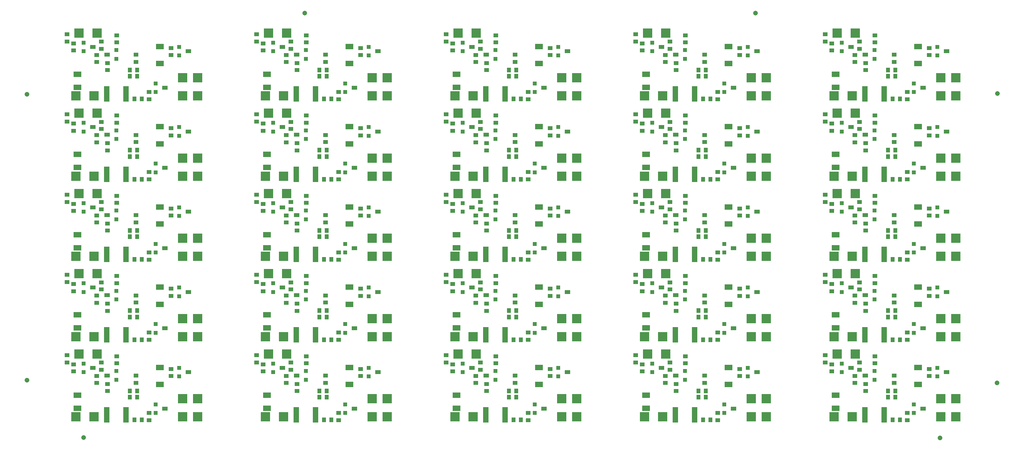
<source format=gbp>
G04*
G04 #@! TF.GenerationSoftware,Altium Limited,Altium Designer,23.8.1 (32)*
G04*
G04 Layer_Color=128*
%FSTAX26Y26*%
%MOIN*%
G70*
G04*
G04 #@! TF.SameCoordinates,0658DAE7-6568-40E7-827A-ADBA6E925618*
G04*
G04*
G04 #@! TF.FilePolarity,Positive*
G04*
G01*
G75*
%ADD11C,0.042047*%
%ADD12R,0.039370X0.037402*%
%ADD18R,0.037402X0.039370*%
%ADD22R,0.070866X0.049213*%
%ADD23R,0.078740X0.078740*%
%ADD41R,0.036000X0.036000*%
%ADD42R,0.050000X0.036000*%
%ADD43R,0.047244X0.133858*%
%ADD44R,0.070866X0.045276*%
%ADD45R,0.078740X0.078740*%
D11*
X08298266Y02878928D02*
D03*
X-00098483Y003937D02*
D03*
X08295266Y00370928D02*
D03*
X06204031Y0357336D02*
D03*
X02304031D02*
D03*
X00393512Y-00101861D02*
D03*
X-00099298Y02871928D02*
D03*
X07802266Y-00104867D02*
D03*
D12*
X00303788Y0053267D02*
D03*
Y00469677D02*
D03*
X0025Y00548504D02*
D03*
Y00611496D02*
D03*
X00543788Y0054767D02*
D03*
Y00484677D02*
D03*
X00678788Y00539677D02*
D03*
Y0060267D02*
D03*
X00503788Y0043267D02*
D03*
Y00369677D02*
D03*
X00598788Y0036267D02*
D03*
Y00299677D02*
D03*
X0096Y00111496D02*
D03*
Y00048504D02*
D03*
X01147016Y0049267D02*
D03*
Y00429677D02*
D03*
X00843788Y00434166D02*
D03*
Y00371173D02*
D03*
X01943789Y0053267D02*
D03*
Y00469677D02*
D03*
X01890001Y00548504D02*
D03*
Y00611496D02*
D03*
X02183789Y0054767D02*
D03*
Y00484677D02*
D03*
X02318789Y00539677D02*
D03*
Y0060267D02*
D03*
X02143789Y0043267D02*
D03*
Y00369677D02*
D03*
X02238789Y0036267D02*
D03*
Y00299677D02*
D03*
X02600001Y00111496D02*
D03*
Y00048504D02*
D03*
X02787017Y0049267D02*
D03*
Y00429677D02*
D03*
X02483789Y00434166D02*
D03*
Y00371173D02*
D03*
X03583789Y0053267D02*
D03*
Y00469677D02*
D03*
X03530002Y00548504D02*
D03*
Y00611496D02*
D03*
X03823789Y0054767D02*
D03*
Y00484677D02*
D03*
X03958789Y00539677D02*
D03*
Y0060267D02*
D03*
X03783789Y0043267D02*
D03*
Y00369677D02*
D03*
X03878789Y0036267D02*
D03*
Y00299677D02*
D03*
X04240002Y00111496D02*
D03*
Y00048504D02*
D03*
X04427018Y0049267D02*
D03*
Y00429677D02*
D03*
X04123789Y00434166D02*
D03*
Y00371173D02*
D03*
X0522379Y0053267D02*
D03*
Y00469677D02*
D03*
X05170002Y00548504D02*
D03*
Y00611496D02*
D03*
X0546379Y0054767D02*
D03*
Y00484677D02*
D03*
X0559879Y00539677D02*
D03*
Y0060267D02*
D03*
X0542379Y0043267D02*
D03*
Y00369677D02*
D03*
X0551879Y0036267D02*
D03*
Y00299677D02*
D03*
X05880002Y00111496D02*
D03*
Y00048504D02*
D03*
X06067019Y0049267D02*
D03*
Y00429677D02*
D03*
X0576379Y00434166D02*
D03*
Y00371173D02*
D03*
X06863791Y0053267D02*
D03*
Y00469677D02*
D03*
X06810003Y00548504D02*
D03*
Y00611496D02*
D03*
X07103791Y0054767D02*
D03*
Y00484677D02*
D03*
X07238791Y00539677D02*
D03*
Y0060267D02*
D03*
X07063791Y0043267D02*
D03*
Y00369677D02*
D03*
X07158791Y0036267D02*
D03*
Y00299677D02*
D03*
X07520003Y00111496D02*
D03*
Y00048504D02*
D03*
X07707019Y0049267D02*
D03*
Y00429677D02*
D03*
X07403791Y00434166D02*
D03*
Y00371173D02*
D03*
X00303788Y0122767D02*
D03*
Y01164677D02*
D03*
X0025Y01243504D02*
D03*
Y01306496D02*
D03*
X00543788Y0124267D02*
D03*
Y01179677D02*
D03*
X00678788Y01234677D02*
D03*
Y0129767D02*
D03*
X00503788Y0112767D02*
D03*
Y01064677D02*
D03*
X00598788Y0105767D02*
D03*
Y00994677D02*
D03*
X0096Y00806496D02*
D03*
Y00743504D02*
D03*
X01147016Y01187669D02*
D03*
Y01124677D02*
D03*
X00843788Y01129166D02*
D03*
Y01066174D02*
D03*
X01943789Y0122767D02*
D03*
Y01164677D02*
D03*
X01890001Y01243504D02*
D03*
Y01306496D02*
D03*
X02183789Y0124267D02*
D03*
Y01179677D02*
D03*
X02318789Y01234677D02*
D03*
Y0129767D02*
D03*
X02143789Y0112767D02*
D03*
Y01064677D02*
D03*
X02238789Y0105767D02*
D03*
Y00994677D02*
D03*
X02600001Y00806496D02*
D03*
Y00743504D02*
D03*
X02787017Y01187669D02*
D03*
Y01124677D02*
D03*
X02483789Y01129166D02*
D03*
Y01066174D02*
D03*
X03583789Y0122767D02*
D03*
Y01164677D02*
D03*
X03530002Y01243504D02*
D03*
Y01306496D02*
D03*
X03823789Y0124267D02*
D03*
Y01179677D02*
D03*
X03958789Y01234677D02*
D03*
Y0129767D02*
D03*
X03783789Y0112767D02*
D03*
Y01064677D02*
D03*
X03878789Y0105767D02*
D03*
Y00994677D02*
D03*
X04240002Y00806496D02*
D03*
Y00743504D02*
D03*
X04427018Y01187669D02*
D03*
Y01124677D02*
D03*
X04123789Y01129166D02*
D03*
Y01066174D02*
D03*
X0522379Y0122767D02*
D03*
Y01164677D02*
D03*
X05170002Y01243504D02*
D03*
Y01306496D02*
D03*
X0546379Y0124267D02*
D03*
Y01179677D02*
D03*
X0559879Y01234677D02*
D03*
Y0129767D02*
D03*
X0542379Y0112767D02*
D03*
Y01064677D02*
D03*
X0551879Y0105767D02*
D03*
Y00994677D02*
D03*
X05880002Y00806496D02*
D03*
Y00743504D02*
D03*
X06067019Y01187669D02*
D03*
Y01124677D02*
D03*
X0576379Y01129166D02*
D03*
Y01066174D02*
D03*
X06863791Y0122767D02*
D03*
Y01164677D02*
D03*
X06810003Y01243504D02*
D03*
Y01306496D02*
D03*
X07103791Y0124267D02*
D03*
Y01179677D02*
D03*
X07238791Y01234677D02*
D03*
Y0129767D02*
D03*
X07063791Y0112767D02*
D03*
Y01064677D02*
D03*
X07158791Y0105767D02*
D03*
Y00994677D02*
D03*
X07520003Y00806496D02*
D03*
Y00743504D02*
D03*
X07707019Y01187669D02*
D03*
Y01124677D02*
D03*
X07403791Y01129166D02*
D03*
Y01066174D02*
D03*
X00303788Y0192267D02*
D03*
Y01859677D02*
D03*
X0025Y01938504D02*
D03*
Y02001496D02*
D03*
X00543788Y0193767D02*
D03*
Y01874677D02*
D03*
X00678788Y01929677D02*
D03*
Y0199267D02*
D03*
X00503788Y0182267D02*
D03*
Y01759677D02*
D03*
X00598788Y0175267D02*
D03*
Y01689677D02*
D03*
X0096Y01501496D02*
D03*
Y01438504D02*
D03*
X01147016Y01882669D02*
D03*
Y01819677D02*
D03*
X00843788Y01824166D02*
D03*
Y01761174D02*
D03*
X01943789Y0192267D02*
D03*
Y01859677D02*
D03*
X01890001Y01938504D02*
D03*
Y02001496D02*
D03*
X02183789Y0193767D02*
D03*
Y01874677D02*
D03*
X02318789Y01929677D02*
D03*
Y0199267D02*
D03*
X02143789Y0182267D02*
D03*
Y01759677D02*
D03*
X02238789Y0175267D02*
D03*
Y01689677D02*
D03*
X02600001Y01501496D02*
D03*
Y01438504D02*
D03*
X02787017Y01882669D02*
D03*
Y01819677D02*
D03*
X02483789Y01824166D02*
D03*
Y01761174D02*
D03*
X03583789Y0192267D02*
D03*
Y01859677D02*
D03*
X03530002Y01938504D02*
D03*
Y02001496D02*
D03*
X03823789Y0193767D02*
D03*
Y01874677D02*
D03*
X03958789Y01929677D02*
D03*
Y0199267D02*
D03*
X03783789Y0182267D02*
D03*
Y01759677D02*
D03*
X03878789Y0175267D02*
D03*
Y01689677D02*
D03*
X04240002Y01501496D02*
D03*
Y01438504D02*
D03*
X04427018Y01882669D02*
D03*
Y01819677D02*
D03*
X04123789Y01824166D02*
D03*
Y01761174D02*
D03*
X0522379Y0192267D02*
D03*
Y01859677D02*
D03*
X05170002Y01938504D02*
D03*
Y02001496D02*
D03*
X0546379Y0193767D02*
D03*
Y01874677D02*
D03*
X0559879Y01929677D02*
D03*
Y0199267D02*
D03*
X0542379Y0182267D02*
D03*
Y01759677D02*
D03*
X0551879Y0175267D02*
D03*
Y01689677D02*
D03*
X05880002Y01501496D02*
D03*
Y01438504D02*
D03*
X06067019Y01882669D02*
D03*
Y01819677D02*
D03*
X0576379Y01824166D02*
D03*
Y01761174D02*
D03*
X06863791Y0192267D02*
D03*
Y01859677D02*
D03*
X06810003Y01938504D02*
D03*
Y02001496D02*
D03*
X07103791Y0193767D02*
D03*
Y01874677D02*
D03*
X07238791Y01929677D02*
D03*
Y0199267D02*
D03*
X07063791Y0182267D02*
D03*
Y01759677D02*
D03*
X07158791Y0175267D02*
D03*
Y01689677D02*
D03*
X07520003Y01501496D02*
D03*
Y01438504D02*
D03*
X07707019Y01882669D02*
D03*
Y01819677D02*
D03*
X07403791Y01824166D02*
D03*
Y01761174D02*
D03*
X00303788Y0261767D02*
D03*
Y02554677D02*
D03*
X0025Y02633504D02*
D03*
Y02696496D02*
D03*
X00543788Y0263267D02*
D03*
Y02569677D02*
D03*
X00678788Y02624677D02*
D03*
Y0268767D02*
D03*
X00503788Y0251767D02*
D03*
Y02454677D02*
D03*
X00598788Y0244767D02*
D03*
Y02384677D02*
D03*
X0096Y02196496D02*
D03*
Y02133504D02*
D03*
X01147016Y02577669D02*
D03*
Y02514677D02*
D03*
X00843788Y02519166D02*
D03*
Y02456173D02*
D03*
X01943789Y0261767D02*
D03*
Y02554677D02*
D03*
X01890001Y02633504D02*
D03*
Y02696496D02*
D03*
X02183789Y0263267D02*
D03*
Y02569677D02*
D03*
X02318789Y02624677D02*
D03*
Y0268767D02*
D03*
X02143789Y0251767D02*
D03*
Y02454677D02*
D03*
X02238789Y0244767D02*
D03*
Y02384677D02*
D03*
X02600001Y02196496D02*
D03*
Y02133504D02*
D03*
X02787017Y02577669D02*
D03*
Y02514677D02*
D03*
X02483789Y02519166D02*
D03*
Y02456173D02*
D03*
X03583789Y0261767D02*
D03*
Y02554677D02*
D03*
X03530002Y02633504D02*
D03*
Y02696496D02*
D03*
X03823789Y0263267D02*
D03*
Y02569677D02*
D03*
X03958789Y02624677D02*
D03*
Y0268767D02*
D03*
X03783789Y0251767D02*
D03*
Y02454677D02*
D03*
X03878789Y0244767D02*
D03*
Y02384677D02*
D03*
X04240002Y02196496D02*
D03*
Y02133504D02*
D03*
X04427018Y02577669D02*
D03*
Y02514677D02*
D03*
X04123789Y02519166D02*
D03*
Y02456173D02*
D03*
X0522379Y0261767D02*
D03*
Y02554677D02*
D03*
X05170002Y02633504D02*
D03*
Y02696496D02*
D03*
X0546379Y0263267D02*
D03*
Y02569677D02*
D03*
X0559879Y02624677D02*
D03*
Y0268767D02*
D03*
X0542379Y0251767D02*
D03*
Y02454677D02*
D03*
X0551879Y0244767D02*
D03*
Y02384677D02*
D03*
X05880002Y02196496D02*
D03*
Y02133504D02*
D03*
X06067019Y02577669D02*
D03*
Y02514677D02*
D03*
X0576379Y02519166D02*
D03*
Y02456173D02*
D03*
X06863791Y0261767D02*
D03*
Y02554677D02*
D03*
X06810003Y02633504D02*
D03*
Y02696496D02*
D03*
X07103791Y0263267D02*
D03*
Y02569677D02*
D03*
X07238791Y02624677D02*
D03*
Y0268767D02*
D03*
X07063791Y0251767D02*
D03*
Y02454677D02*
D03*
X07158791Y0244767D02*
D03*
Y02384677D02*
D03*
X07520003Y02196496D02*
D03*
Y02133504D02*
D03*
X07707019Y02577669D02*
D03*
Y02514677D02*
D03*
X07403791Y02519166D02*
D03*
Y02456173D02*
D03*
X00303788Y0331267D02*
D03*
Y03249677D02*
D03*
X0025Y03328504D02*
D03*
Y03391496D02*
D03*
X00543788Y0332767D02*
D03*
Y03264677D02*
D03*
X00678788Y03319677D02*
D03*
Y0338267D02*
D03*
X00503788Y0321267D02*
D03*
Y03149677D02*
D03*
X00598788Y0314267D02*
D03*
Y03079677D02*
D03*
X0096Y02891496D02*
D03*
Y02828504D02*
D03*
X01147016Y03272669D02*
D03*
Y03209677D02*
D03*
X00843788Y03214166D02*
D03*
Y03151173D02*
D03*
X01943789Y0331267D02*
D03*
Y03249677D02*
D03*
X01890001Y03328504D02*
D03*
Y03391496D02*
D03*
X02183789Y0332767D02*
D03*
Y03264677D02*
D03*
X02318789Y03319677D02*
D03*
Y0338267D02*
D03*
X02143789Y0321267D02*
D03*
Y03149677D02*
D03*
X02238789Y0314267D02*
D03*
Y03079677D02*
D03*
X02600001Y02891496D02*
D03*
Y02828504D02*
D03*
X02787017Y03272669D02*
D03*
Y03209677D02*
D03*
X02483789Y03214166D02*
D03*
Y03151173D02*
D03*
X03583789Y0331267D02*
D03*
Y03249677D02*
D03*
X03530002Y03328504D02*
D03*
Y03391496D02*
D03*
X03823789Y0332767D02*
D03*
Y03264677D02*
D03*
X03958789Y03319677D02*
D03*
Y0338267D02*
D03*
X03783789Y0321267D02*
D03*
Y03149677D02*
D03*
X03878789Y0314267D02*
D03*
Y03079677D02*
D03*
X04240002Y02891496D02*
D03*
Y02828504D02*
D03*
X04427018Y03272669D02*
D03*
Y03209677D02*
D03*
X04123789Y03214166D02*
D03*
Y03151173D02*
D03*
X0522379Y0331267D02*
D03*
Y03249677D02*
D03*
X05170002Y03328504D02*
D03*
Y03391496D02*
D03*
X0546379Y0332767D02*
D03*
Y03264677D02*
D03*
X0559879Y03319677D02*
D03*
Y0338267D02*
D03*
X0542379Y0321267D02*
D03*
Y03149677D02*
D03*
X0551879Y0314267D02*
D03*
Y03079677D02*
D03*
X05880002Y02891496D02*
D03*
Y02828504D02*
D03*
X06067019Y03272669D02*
D03*
Y03209677D02*
D03*
X0576379Y03214166D02*
D03*
Y03151173D02*
D03*
X06863791Y0331267D02*
D03*
Y03249677D02*
D03*
X06810003Y03328504D02*
D03*
Y03391496D02*
D03*
X07103791Y0332767D02*
D03*
Y03264677D02*
D03*
X07238791Y03319677D02*
D03*
Y0338267D02*
D03*
X07063791Y0321267D02*
D03*
Y03149677D02*
D03*
X07158791Y0314267D02*
D03*
Y03079677D02*
D03*
X07520003Y02891496D02*
D03*
Y02828504D02*
D03*
X07707019Y03272669D02*
D03*
Y03209677D02*
D03*
X07403791Y03214166D02*
D03*
Y03151173D02*
D03*
D18*
X00853788Y00301173D02*
D03*
X00790796D02*
D03*
X00853788Y00246173D02*
D03*
X00790796D02*
D03*
X00833504Y0005D02*
D03*
X00896496D02*
D03*
X02493789Y00301173D02*
D03*
X02430797D02*
D03*
X02493789Y00246173D02*
D03*
X02430797D02*
D03*
X02473505Y0005D02*
D03*
X02536497D02*
D03*
X04133789Y00301173D02*
D03*
X04070797D02*
D03*
X04133789Y00246173D02*
D03*
X04070797D02*
D03*
X04113506Y0005D02*
D03*
X04176498D02*
D03*
X0577379Y00301173D02*
D03*
X05710798D02*
D03*
X0577379Y00246173D02*
D03*
X05710798D02*
D03*
X05753506Y0005D02*
D03*
X05816499D02*
D03*
X07413791Y00301173D02*
D03*
X07350799D02*
D03*
X07413791Y00246173D02*
D03*
X07350799D02*
D03*
X07393507Y0005D02*
D03*
X07456499D02*
D03*
X00853788Y00996173D02*
D03*
X00790796D02*
D03*
X00853788Y00941173D02*
D03*
X00790796D02*
D03*
X00833504Y00745D02*
D03*
X00896496D02*
D03*
X02493789Y00996173D02*
D03*
X02430797D02*
D03*
X02493789Y00941173D02*
D03*
X02430797D02*
D03*
X02473505Y00745D02*
D03*
X02536497D02*
D03*
X04133789Y00996173D02*
D03*
X04070797D02*
D03*
X04133789Y00941173D02*
D03*
X04070797D02*
D03*
X04113506Y00745D02*
D03*
X04176498D02*
D03*
X0577379Y00996173D02*
D03*
X05710798D02*
D03*
X0577379Y00941173D02*
D03*
X05710798D02*
D03*
X05753506Y00745D02*
D03*
X05816499D02*
D03*
X07413791Y00996173D02*
D03*
X07350799D02*
D03*
X07413791Y00941173D02*
D03*
X07350799D02*
D03*
X07393507Y00745D02*
D03*
X07456499D02*
D03*
X00853788Y01691174D02*
D03*
X00790796D02*
D03*
X00853788Y01636174D02*
D03*
X00790796D02*
D03*
X00833504Y0144D02*
D03*
X00896496D02*
D03*
X02493789Y01691174D02*
D03*
X02430797D02*
D03*
X02493789Y01636174D02*
D03*
X02430797D02*
D03*
X02473505Y0144D02*
D03*
X02536497D02*
D03*
X04133789Y01691174D02*
D03*
X04070797D02*
D03*
X04133789Y01636174D02*
D03*
X04070797D02*
D03*
X04113506Y0144D02*
D03*
X04176498D02*
D03*
X0577379Y01691174D02*
D03*
X05710798D02*
D03*
X0577379Y01636174D02*
D03*
X05710798D02*
D03*
X05753506Y0144D02*
D03*
X05816499D02*
D03*
X07413791Y01691174D02*
D03*
X07350799D02*
D03*
X07413791Y01636174D02*
D03*
X07350799D02*
D03*
X07393507Y0144D02*
D03*
X07456499D02*
D03*
X00853788Y02386173D02*
D03*
X00790796D02*
D03*
X00853788Y02331173D02*
D03*
X00790796D02*
D03*
X00833504Y02135D02*
D03*
X00896496D02*
D03*
X02493789Y02386173D02*
D03*
X02430797D02*
D03*
X02493789Y02331173D02*
D03*
X02430797D02*
D03*
X02473505Y02135D02*
D03*
X02536497D02*
D03*
X04133789Y02386173D02*
D03*
X04070797D02*
D03*
X04133789Y02331173D02*
D03*
X04070797D02*
D03*
X04113506Y02135D02*
D03*
X04176498D02*
D03*
X0577379Y02386173D02*
D03*
X05710798D02*
D03*
X0577379Y02331173D02*
D03*
X05710798D02*
D03*
X05753506Y02135D02*
D03*
X05816499D02*
D03*
X07413791Y02386173D02*
D03*
X07350799D02*
D03*
X07413791Y02331173D02*
D03*
X07350799D02*
D03*
X07393507Y02135D02*
D03*
X07456499D02*
D03*
X00853788Y03081173D02*
D03*
X00790796D02*
D03*
X00853788Y03026173D02*
D03*
X00790796D02*
D03*
X00833504Y0283D02*
D03*
X00896496D02*
D03*
X02493789Y03081173D02*
D03*
X02430797D02*
D03*
X02493789Y03026173D02*
D03*
X02430797D02*
D03*
X02473505Y0283D02*
D03*
X02536497D02*
D03*
X04133789Y03081173D02*
D03*
X04070797D02*
D03*
X04133789Y03026173D02*
D03*
X04070797D02*
D03*
X04113506Y0283D02*
D03*
X04176498D02*
D03*
X0577379Y03081173D02*
D03*
X05710798D02*
D03*
X0577379Y03026173D02*
D03*
X05710798D02*
D03*
X05753506Y0283D02*
D03*
X05816499D02*
D03*
X07413791Y03081173D02*
D03*
X07350799D02*
D03*
X07413791Y03026173D02*
D03*
X07350799D02*
D03*
X07393507Y0283D02*
D03*
X07456499D02*
D03*
D22*
X01052371Y00504992D02*
D03*
Y00357355D02*
D03*
X02692372Y00504992D02*
D03*
Y00357355D02*
D03*
X04332372Y00504992D02*
D03*
Y00357355D02*
D03*
X05972373Y00504992D02*
D03*
Y00357355D02*
D03*
X07612374Y00504992D02*
D03*
Y00357355D02*
D03*
X01052371Y01199992D02*
D03*
Y01052355D02*
D03*
X02692372Y01199992D02*
D03*
Y01052355D02*
D03*
X04332372Y01199992D02*
D03*
Y01052355D02*
D03*
X05972373Y01199992D02*
D03*
Y01052355D02*
D03*
X07612374Y01199992D02*
D03*
Y01052355D02*
D03*
X01052371Y01894992D02*
D03*
Y01747355D02*
D03*
X02692372Y01894992D02*
D03*
Y01747355D02*
D03*
X04332372Y01894992D02*
D03*
Y01747355D02*
D03*
X05972373Y01894992D02*
D03*
Y01747355D02*
D03*
X07612374Y01894992D02*
D03*
Y01747355D02*
D03*
X01052371Y02589992D02*
D03*
Y02442355D02*
D03*
X02692372Y02589992D02*
D03*
Y02442355D02*
D03*
X04332372Y02589992D02*
D03*
Y02442355D02*
D03*
X05972373Y02589992D02*
D03*
Y02442355D02*
D03*
X07612374Y02589992D02*
D03*
Y02442355D02*
D03*
X01052371Y03284992D02*
D03*
Y03137355D02*
D03*
X02692372Y03284992D02*
D03*
Y03137355D02*
D03*
X04332372Y03284992D02*
D03*
Y03137355D02*
D03*
X05972373Y03284992D02*
D03*
Y03137355D02*
D03*
X07612374Y03284992D02*
D03*
Y03137355D02*
D03*
D23*
X00350454Y00621173D02*
D03*
X00507123D02*
D03*
X00325454Y00076174D02*
D03*
X00482123D02*
D03*
X01990454Y00621173D02*
D03*
X02147124D02*
D03*
X01965454Y00076174D02*
D03*
X02122124D02*
D03*
X03630455Y00621173D02*
D03*
X03787124D02*
D03*
X03605455Y00076174D02*
D03*
X03762124D02*
D03*
X05270456Y00621173D02*
D03*
X05427125D02*
D03*
X05245456Y00076174D02*
D03*
X05402125D02*
D03*
X06910456Y00621173D02*
D03*
X07067126D02*
D03*
X06885456Y00076174D02*
D03*
X07042126D02*
D03*
X00350454Y01316174D02*
D03*
X00507123D02*
D03*
X00325454Y00771173D02*
D03*
X00482123D02*
D03*
X01990454Y01316174D02*
D03*
X02147124D02*
D03*
X01965454Y00771173D02*
D03*
X02122124D02*
D03*
X03630455Y01316174D02*
D03*
X03787124D02*
D03*
X03605455Y00771173D02*
D03*
X03762124D02*
D03*
X05270456Y01316174D02*
D03*
X05427125D02*
D03*
X05245456Y00771173D02*
D03*
X05402125D02*
D03*
X06910456Y01316174D02*
D03*
X07067126D02*
D03*
X06885456Y00771173D02*
D03*
X07042126D02*
D03*
X00350454Y02011174D02*
D03*
X00507123D02*
D03*
X00325454Y01466174D02*
D03*
X00482123D02*
D03*
X01990454Y02011174D02*
D03*
X02147124D02*
D03*
X01965454Y01466174D02*
D03*
X02122124D02*
D03*
X03630455Y02011174D02*
D03*
X03787124D02*
D03*
X03605455Y01466174D02*
D03*
X03762124D02*
D03*
X05270456Y02011174D02*
D03*
X05427125D02*
D03*
X05245456Y01466174D02*
D03*
X05402125D02*
D03*
X06910456Y02011174D02*
D03*
X07067126D02*
D03*
X06885456Y01466174D02*
D03*
X07042126D02*
D03*
X00350454Y02706173D02*
D03*
X00507123D02*
D03*
X00325454Y02161173D02*
D03*
X00482123D02*
D03*
X01990454Y02706173D02*
D03*
X02147124D02*
D03*
X01965454Y02161173D02*
D03*
X02122124D02*
D03*
X03630455Y02706173D02*
D03*
X03787124D02*
D03*
X03605455Y02161173D02*
D03*
X03762124D02*
D03*
X05270456Y02706173D02*
D03*
X05427125D02*
D03*
X05245456Y02161173D02*
D03*
X05402125D02*
D03*
X06910456Y02706173D02*
D03*
X07067126D02*
D03*
X06885456Y02161173D02*
D03*
X07042126D02*
D03*
X00350454Y03401173D02*
D03*
X00507123D02*
D03*
X00325454Y02856173D02*
D03*
X00482123D02*
D03*
X01990454Y03401173D02*
D03*
X02147124D02*
D03*
X01965454Y02856173D02*
D03*
X02122124D02*
D03*
X03630455Y03401173D02*
D03*
X03787124D02*
D03*
X03605455Y02856173D02*
D03*
X03762124D02*
D03*
X05270456Y03401173D02*
D03*
X05427125D02*
D03*
X05245456Y02856173D02*
D03*
X05402125D02*
D03*
X06910456Y03401173D02*
D03*
X07067126D02*
D03*
X06885456Y02856173D02*
D03*
X07042126D02*
D03*
D41*
X00393286Y00464175D02*
D03*
Y00539176D02*
D03*
X00673788Y00398673D02*
D03*
Y00473673D02*
D03*
X01218788Y00426173D02*
D03*
Y00501173D02*
D03*
X01015Y0011D02*
D03*
Y00185D02*
D03*
X02033287Y00464175D02*
D03*
Y00539176D02*
D03*
X02313789Y00398673D02*
D03*
Y00473673D02*
D03*
X02858789Y00426173D02*
D03*
Y00501173D02*
D03*
X02655001Y0011D02*
D03*
Y00185D02*
D03*
X03673288Y00464175D02*
D03*
Y00539176D02*
D03*
X03953789Y00398673D02*
D03*
Y00473673D02*
D03*
X04498789Y00426173D02*
D03*
Y00501173D02*
D03*
X04295002Y0011D02*
D03*
Y00185D02*
D03*
X05313288Y00464175D02*
D03*
Y00539176D02*
D03*
X0559379Y00398673D02*
D03*
Y00473673D02*
D03*
X0613879Y00426173D02*
D03*
Y00501173D02*
D03*
X05935002Y0011D02*
D03*
Y00185D02*
D03*
X06953289Y00464175D02*
D03*
Y00539176D02*
D03*
X07233791Y00398673D02*
D03*
Y00473673D02*
D03*
X07778791Y00426173D02*
D03*
Y00501173D02*
D03*
X07575003Y0011D02*
D03*
Y00185D02*
D03*
X00393286Y01159176D02*
D03*
Y01234176D02*
D03*
X00673788Y01093673D02*
D03*
Y01168673D02*
D03*
X01218788Y01121174D02*
D03*
Y01196174D02*
D03*
X01015Y00805D02*
D03*
Y0088D02*
D03*
X02033287Y01159176D02*
D03*
Y01234176D02*
D03*
X02313789Y01093673D02*
D03*
Y01168673D02*
D03*
X02858789Y01121174D02*
D03*
Y01196174D02*
D03*
X02655001Y00805D02*
D03*
Y0088D02*
D03*
X03673288Y01159176D02*
D03*
Y01234176D02*
D03*
X03953789Y01093673D02*
D03*
Y01168673D02*
D03*
X04498789Y01121174D02*
D03*
Y01196174D02*
D03*
X04295002Y00805D02*
D03*
Y0088D02*
D03*
X05313288Y01159176D02*
D03*
Y01234176D02*
D03*
X0559379Y01093673D02*
D03*
Y01168673D02*
D03*
X0613879Y01121174D02*
D03*
Y01196174D02*
D03*
X05935002Y00805D02*
D03*
Y0088D02*
D03*
X06953289Y01159176D02*
D03*
Y01234176D02*
D03*
X07233791Y01093673D02*
D03*
Y01168673D02*
D03*
X07778791Y01121174D02*
D03*
Y01196174D02*
D03*
X07575003Y00805D02*
D03*
Y0088D02*
D03*
X00393286Y01854176D02*
D03*
Y01929176D02*
D03*
X00673788Y01788673D02*
D03*
Y01863673D02*
D03*
X01218788Y01816174D02*
D03*
Y01891174D02*
D03*
X01015Y015D02*
D03*
Y01575D02*
D03*
X02033287Y01854176D02*
D03*
Y01929176D02*
D03*
X02313789Y01788673D02*
D03*
Y01863673D02*
D03*
X02858789Y01816174D02*
D03*
Y01891174D02*
D03*
X02655001Y015D02*
D03*
Y01575D02*
D03*
X03673288Y01854176D02*
D03*
Y01929176D02*
D03*
X03953789Y01788673D02*
D03*
Y01863673D02*
D03*
X04498789Y01816174D02*
D03*
Y01891174D02*
D03*
X04295002Y015D02*
D03*
Y01575D02*
D03*
X05313288Y01854176D02*
D03*
Y01929176D02*
D03*
X0559379Y01788673D02*
D03*
Y01863673D02*
D03*
X0613879Y01816174D02*
D03*
Y01891174D02*
D03*
X05935002Y015D02*
D03*
Y01575D02*
D03*
X06953289Y01854176D02*
D03*
Y01929176D02*
D03*
X07233791Y01788673D02*
D03*
Y01863673D02*
D03*
X07778791Y01816174D02*
D03*
Y01891174D02*
D03*
X07575003Y015D02*
D03*
Y01575D02*
D03*
X00393286Y02549175D02*
D03*
Y02624175D02*
D03*
X00673788Y02483673D02*
D03*
Y02558673D02*
D03*
X01218788Y02511173D02*
D03*
Y02586173D02*
D03*
X01015Y02195D02*
D03*
Y0227D02*
D03*
X02033287Y02549175D02*
D03*
Y02624175D02*
D03*
X02313789Y02483673D02*
D03*
Y02558673D02*
D03*
X02858789Y02511173D02*
D03*
Y02586173D02*
D03*
X02655001Y02195D02*
D03*
Y0227D02*
D03*
X03673288Y02549175D02*
D03*
Y02624175D02*
D03*
X03953789Y02483673D02*
D03*
Y02558673D02*
D03*
X04498789Y02511173D02*
D03*
Y02586173D02*
D03*
X04295002Y02195D02*
D03*
Y0227D02*
D03*
X05313288Y02549175D02*
D03*
Y02624175D02*
D03*
X0559379Y02483673D02*
D03*
Y02558673D02*
D03*
X0613879Y02511173D02*
D03*
Y02586173D02*
D03*
X05935002Y02195D02*
D03*
Y0227D02*
D03*
X06953289Y02549175D02*
D03*
Y02624175D02*
D03*
X07233791Y02483673D02*
D03*
Y02558673D02*
D03*
X07778791Y02511173D02*
D03*
Y02586173D02*
D03*
X07575003Y02195D02*
D03*
Y0227D02*
D03*
X00393286Y03244175D02*
D03*
Y03319175D02*
D03*
X00673788Y03178673D02*
D03*
Y03253673D02*
D03*
X01218788Y03206173D02*
D03*
Y03281173D02*
D03*
X01015Y0289D02*
D03*
Y02965D02*
D03*
X02033287Y03244175D02*
D03*
Y03319175D02*
D03*
X02313789Y03178673D02*
D03*
Y03253673D02*
D03*
X02858789Y03206173D02*
D03*
Y03281173D02*
D03*
X02655001Y0289D02*
D03*
Y02965D02*
D03*
X03673288Y03244175D02*
D03*
Y03319175D02*
D03*
X03953789Y03178673D02*
D03*
Y03253673D02*
D03*
X04498789Y03206173D02*
D03*
Y03281173D02*
D03*
X04295002Y0289D02*
D03*
Y02965D02*
D03*
X05313288Y03244175D02*
D03*
Y03319175D02*
D03*
X0559379Y03178673D02*
D03*
Y03253673D02*
D03*
X0613879Y03206173D02*
D03*
Y03281173D02*
D03*
X05935002Y0289D02*
D03*
Y02965D02*
D03*
X06953289Y03244175D02*
D03*
Y03319175D02*
D03*
X07233791Y03178673D02*
D03*
Y03253673D02*
D03*
X07778791Y03206173D02*
D03*
Y03281173D02*
D03*
X07575003Y0289D02*
D03*
Y02965D02*
D03*
D42*
X00473286Y00502175D02*
D03*
X00593788Y00435673D02*
D03*
X01298788Y00464173D02*
D03*
X01095Y00148D02*
D03*
X02113287Y00502175D02*
D03*
X02233789Y00435673D02*
D03*
X02938789Y00464173D02*
D03*
X02735001Y00148D02*
D03*
X03753288Y00502175D02*
D03*
X03873789Y00435673D02*
D03*
X04578789Y00464173D02*
D03*
X04375002Y00148D02*
D03*
X05393288Y00502175D02*
D03*
X0551379Y00435673D02*
D03*
X0621879Y00464173D02*
D03*
X06015002Y00148D02*
D03*
X07033289Y00502175D02*
D03*
X07153791Y00435673D02*
D03*
X07858791Y00464173D02*
D03*
X07655003Y00148D02*
D03*
X00473286Y01197176D02*
D03*
X00593788Y01130673D02*
D03*
X01298788Y01159174D02*
D03*
X01095Y00843D02*
D03*
X02113287Y01197176D02*
D03*
X02233789Y01130673D02*
D03*
X02938789Y01159174D02*
D03*
X02735001Y00843D02*
D03*
X03753288Y01197176D02*
D03*
X03873789Y01130673D02*
D03*
X04578789Y01159174D02*
D03*
X04375002Y00843D02*
D03*
X05393288Y01197176D02*
D03*
X0551379Y01130673D02*
D03*
X0621879Y01159174D02*
D03*
X06015002Y00843D02*
D03*
X07033289Y01197176D02*
D03*
X07153791Y01130673D02*
D03*
X07858791Y01159174D02*
D03*
X07655003Y00843D02*
D03*
X00473286Y01892176D02*
D03*
X00593788Y01825673D02*
D03*
X01298788Y01854174D02*
D03*
X01095Y01538D02*
D03*
X02113287Y01892176D02*
D03*
X02233789Y01825673D02*
D03*
X02938789Y01854174D02*
D03*
X02735001Y01538D02*
D03*
X03753288Y01892176D02*
D03*
X03873789Y01825673D02*
D03*
X04578789Y01854174D02*
D03*
X04375002Y01538D02*
D03*
X05393288Y01892176D02*
D03*
X0551379Y01825673D02*
D03*
X0621879Y01854174D02*
D03*
X06015002Y01538D02*
D03*
X07033289Y01892176D02*
D03*
X07153791Y01825673D02*
D03*
X07858791Y01854174D02*
D03*
X07655003Y01538D02*
D03*
X00473286Y02587175D02*
D03*
X00593788Y02520673D02*
D03*
X01298788Y02549173D02*
D03*
X01095Y02233D02*
D03*
X02113287Y02587175D02*
D03*
X02233789Y02520673D02*
D03*
X02938789Y02549173D02*
D03*
X02735001Y02233D02*
D03*
X03753288Y02587175D02*
D03*
X03873789Y02520673D02*
D03*
X04578789Y02549173D02*
D03*
X04375002Y02233D02*
D03*
X05393288Y02587175D02*
D03*
X0551379Y02520673D02*
D03*
X0621879Y02549173D02*
D03*
X06015002Y02233D02*
D03*
X07033289Y02587175D02*
D03*
X07153791Y02520673D02*
D03*
X07858791Y02549173D02*
D03*
X07655003Y02233D02*
D03*
X00473286Y03282175D02*
D03*
X00593788Y03215673D02*
D03*
X01298788Y03244173D02*
D03*
X01095Y02928D02*
D03*
X02113287Y03282175D02*
D03*
X02233789Y03215673D02*
D03*
X02938789Y03244173D02*
D03*
X02735001Y02928D02*
D03*
X03753288Y03282175D02*
D03*
X03873789Y03215673D02*
D03*
X04578789Y03244173D02*
D03*
X04375002Y02928D02*
D03*
X05393288Y03282175D02*
D03*
X0551379Y03215673D02*
D03*
X0621879Y03244173D02*
D03*
X06015002Y02928D02*
D03*
X07033289Y03282175D02*
D03*
X07153791Y03215673D02*
D03*
X07858791Y03244173D02*
D03*
X07655003Y02928D02*
D03*
D43*
X00757765Y00094087D02*
D03*
X0059241D02*
D03*
X02397765D02*
D03*
X02232411D02*
D03*
X04037766D02*
D03*
X03872412D02*
D03*
X05677767D02*
D03*
X05512412D02*
D03*
X07317767D02*
D03*
X07152413D02*
D03*
X00757765Y00789087D02*
D03*
X0059241D02*
D03*
X02397765D02*
D03*
X02232411D02*
D03*
X04037766D02*
D03*
X03872412D02*
D03*
X05677767D02*
D03*
X05512412D02*
D03*
X07317767D02*
D03*
X07152413D02*
D03*
X00757765Y01484087D02*
D03*
X0059241D02*
D03*
X02397765D02*
D03*
X02232411D02*
D03*
X04037766D02*
D03*
X03872412D02*
D03*
X05677767D02*
D03*
X05512412D02*
D03*
X07317767D02*
D03*
X07152413D02*
D03*
X00757765Y02179087D02*
D03*
X0059241D02*
D03*
X02397765D02*
D03*
X02232411D02*
D03*
X04037766D02*
D03*
X03872412D02*
D03*
X05677767D02*
D03*
X05512412D02*
D03*
X07317767D02*
D03*
X07152413D02*
D03*
X00757765Y02874087D02*
D03*
X0059241D02*
D03*
X02397765D02*
D03*
X02232411D02*
D03*
X04037766D02*
D03*
X03872412D02*
D03*
X05677767D02*
D03*
X05512412D02*
D03*
X07317767D02*
D03*
X07152413D02*
D03*
D44*
X00338788Y00265347D02*
D03*
Y00151173D02*
D03*
X01978789Y00265347D02*
D03*
Y00151173D02*
D03*
X03618789Y00265347D02*
D03*
Y00151173D02*
D03*
X0525879Y00265347D02*
D03*
Y00151173D02*
D03*
X06898791Y00265347D02*
D03*
Y00151173D02*
D03*
X00338788Y00960347D02*
D03*
Y00846173D02*
D03*
X01978789Y00960347D02*
D03*
Y00846173D02*
D03*
X03618789Y00960347D02*
D03*
Y00846173D02*
D03*
X0525879Y00960347D02*
D03*
Y00846173D02*
D03*
X06898791Y00960347D02*
D03*
Y00846173D02*
D03*
X00338788Y01655347D02*
D03*
Y01541174D02*
D03*
X01978789Y01655347D02*
D03*
Y01541174D02*
D03*
X03618789Y01655347D02*
D03*
Y01541174D02*
D03*
X0525879Y01655347D02*
D03*
Y01541174D02*
D03*
X06898791Y01655347D02*
D03*
Y01541174D02*
D03*
X00338788Y02350347D02*
D03*
Y02236173D02*
D03*
X01978789Y02350347D02*
D03*
Y02236173D02*
D03*
X03618789Y02350347D02*
D03*
Y02236173D02*
D03*
X0525879Y02350347D02*
D03*
Y02236173D02*
D03*
X06898791Y02350347D02*
D03*
Y02236173D02*
D03*
X00338788Y03045347D02*
D03*
Y02931173D02*
D03*
X01978789Y03045347D02*
D03*
Y02931173D02*
D03*
X03618789Y03045347D02*
D03*
Y02931173D02*
D03*
X0525879Y03045347D02*
D03*
Y02931173D02*
D03*
X06898791Y03045347D02*
D03*
Y02931173D02*
D03*
D45*
X01378158Y00233228D02*
D03*
Y00076559D02*
D03*
X0125Y00233335D02*
D03*
Y00076665D02*
D03*
X03018159Y00233228D02*
D03*
Y00076559D02*
D03*
X02890001Y00233335D02*
D03*
Y00076665D02*
D03*
X0465816Y00233228D02*
D03*
Y00076559D02*
D03*
X04530002Y00233335D02*
D03*
Y00076665D02*
D03*
X0629816Y00233228D02*
D03*
Y00076559D02*
D03*
X06170002Y00233335D02*
D03*
Y00076665D02*
D03*
X07938161Y00233228D02*
D03*
Y00076559D02*
D03*
X07810003Y00233335D02*
D03*
Y00076665D02*
D03*
X01378158Y00928228D02*
D03*
Y00771559D02*
D03*
X0125Y00928335D02*
D03*
Y00771665D02*
D03*
X03018159Y00928228D02*
D03*
Y00771559D02*
D03*
X02890001Y00928335D02*
D03*
Y00771665D02*
D03*
X0465816Y00928228D02*
D03*
Y00771559D02*
D03*
X04530002Y00928335D02*
D03*
Y00771665D02*
D03*
X0629816Y00928228D02*
D03*
Y00771559D02*
D03*
X06170002Y00928335D02*
D03*
Y00771665D02*
D03*
X07938161Y00928228D02*
D03*
Y00771559D02*
D03*
X07810003Y00928335D02*
D03*
Y00771665D02*
D03*
X01378158Y01623228D02*
D03*
Y01466559D02*
D03*
X0125Y01623335D02*
D03*
Y01466665D02*
D03*
X03018159Y01623228D02*
D03*
Y01466559D02*
D03*
X02890001Y01623335D02*
D03*
Y01466665D02*
D03*
X0465816Y01623228D02*
D03*
Y01466559D02*
D03*
X04530002Y01623335D02*
D03*
Y01466665D02*
D03*
X0629816Y01623228D02*
D03*
Y01466559D02*
D03*
X06170002Y01623335D02*
D03*
Y01466665D02*
D03*
X07938161Y01623228D02*
D03*
Y01466559D02*
D03*
X07810003Y01623335D02*
D03*
Y01466665D02*
D03*
X01378158Y02318228D02*
D03*
Y02161559D02*
D03*
X0125Y02318335D02*
D03*
Y02161665D02*
D03*
X03018159Y02318228D02*
D03*
Y02161559D02*
D03*
X02890001Y02318335D02*
D03*
Y02161665D02*
D03*
X0465816Y02318228D02*
D03*
Y02161559D02*
D03*
X04530002Y02318335D02*
D03*
Y02161665D02*
D03*
X0629816Y02318228D02*
D03*
Y02161559D02*
D03*
X06170002Y02318335D02*
D03*
Y02161665D02*
D03*
X07938161Y02318228D02*
D03*
Y02161559D02*
D03*
X07810003Y02318335D02*
D03*
Y02161665D02*
D03*
X01378158Y03013228D02*
D03*
Y02856559D02*
D03*
X0125Y03013335D02*
D03*
Y02856665D02*
D03*
X03018159Y03013228D02*
D03*
Y02856559D02*
D03*
X02890001Y03013335D02*
D03*
Y02856665D02*
D03*
X0465816Y03013228D02*
D03*
Y02856559D02*
D03*
X04530002Y03013335D02*
D03*
Y02856665D02*
D03*
X0629816Y03013228D02*
D03*
Y02856559D02*
D03*
X06170002Y03013335D02*
D03*
Y02856665D02*
D03*
X07938161Y03013228D02*
D03*
Y02856559D02*
D03*
X07810003Y03013335D02*
D03*
Y02856665D02*
D03*
M02*

</source>
